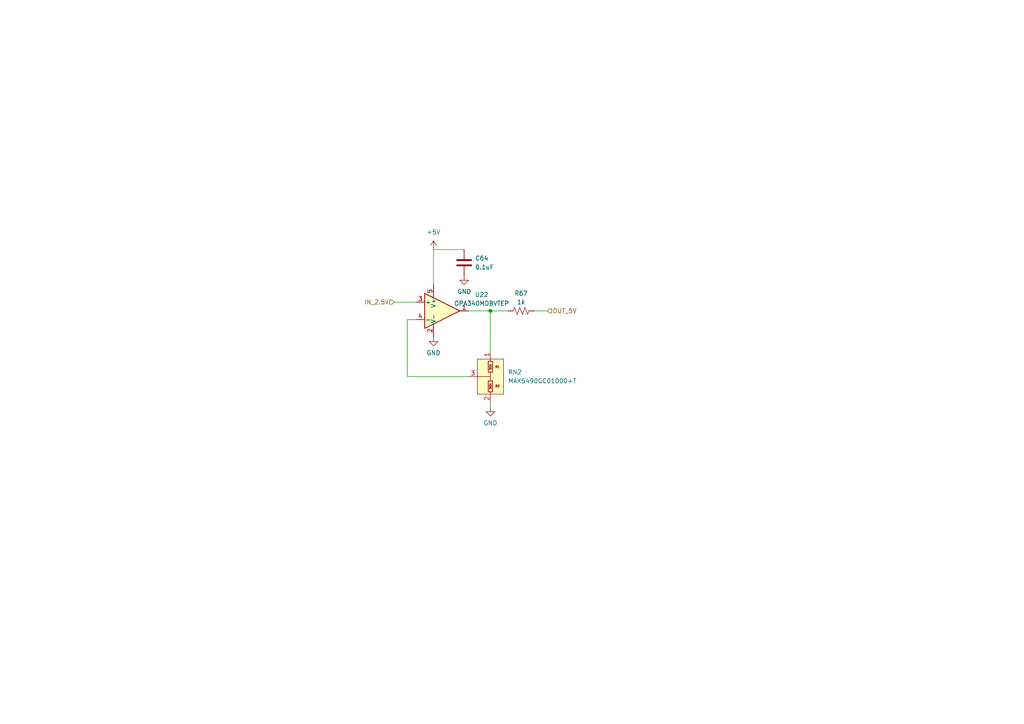
<source format=kicad_sch>
(kicad_sch (version 20230121) (generator eeschema)
  (paper "A4")
  (title_block (company "Sierra Lobo INC"))
  (lib_symbols
    (symbol "Amplifier_Operational:OPA340NA" (pin_names (offset 0.127))
      (property "Reference" "U" (at -1.27 6.35 0))
      (property "Value" "OPA340NA" (at -1.27 3.81 0))
      (symbol "OPA340NA_0_1"
        (polyline (pts (xy -5.08 5.08) (xy 5.08 0) (xy -5.08 -5.08) (xy -5.08 5.08)) (stroke (width 0.254)) (fill (type background)))
        (pin power_in line (at -2.54 -7.62 90) (length 3.81) (name "V-") (number "2"))
        (pin power_in line (at -2.54 7.62 270) (length 3.81) (name "V+") (number "5"))
      )
      (symbol "OPA340NA_1_1"
        (pin output line (at 7.62 0 180) (length 2.54) (name "~") (number "1"))
        (pin input line (at -7.62 2.54 0) (length 2.54) (name "+") (number "3"))
        (pin input line (at -7.62 -2.54 0) (length 2.54) (name "-") (number "4"))
      )
    )
    (symbol "Device:C" (pin_numbers hide) (pin_names (offset 0.254))
      (property "Reference" "C" (at 0.635 2.54 0))
      (property "Value" "C" (at 0.635 -2.54 0))
      (symbol "C_0_1"
        (polyline (pts (xy -2.032 -0.762) (xy 2.032 -0.762)) (stroke (width 0.508)))
        (polyline (pts (xy -2.032 0.762) (xy 2.032 0.762)) (stroke (width 0.508)))
      )
      (symbol "C_1_1"
        (pin passive line (at 0 3.81 270) (length 2.794) (name "~") (number "1"))
        (pin passive line (at 0 -3.81 90) (length 2.794) (name "~") (number "2"))
      )
    )
    (symbol "Device:R_US" (pin_numbers hide) (pin_names (offset 0))
      (property "Reference" "R" (at 2.54 0 90))
      (property "Value" "R_US" (at -2.54 0 90))
      (symbol "R_US_0_1"
        (polyline (pts (xy 0 -2.286) (xy 0 -2.54)))
        (polyline (pts (xy 0 2.286) (xy 0 2.54)))
        (polyline (pts (xy 0 -0.762) (xy 1.016 -1.143) (xy 0 -1.524) (xy -1.016 -1.905) (xy 0 -2.286)))
        (polyline (pts (xy 0 0.762) (xy 1.016 0.381) (xy 0 0) (xy -1.016 -0.381) (xy 0 -0.762)))
        (polyline (pts (xy 0 2.286) (xy 1.016 1.905) (xy 0 1.524) (xy -1.016 1.143) (xy 0 0.762)))
      )
      (symbol "R_US_1_1"
        (pin passive line (at 0 3.81 270) (length 1.27) (name "~") (number "1"))
        (pin passive line (at 0 -3.81 90) (length 1.27) (name "~") (number "2"))
      )
    )
    (symbol "FP-Interface-Card:MAX5490GC01000+T"
      (property "Reference" "RN?" (at -6.35 -1.27 0))
      (property "Value" "MAX5490GC01000+T" (at -13.97 -3.81 0))
      (symbol "MAX5490GC01000+T_0_0"
        (text "50k" (at 0 -10.414 900) (effects (font (size 0.635 0.635))))
        (text "50k" (at 0 -4.826 900) (effects (font (size 0.635 0.635))))
        (text "R1" (at -2.032 -4.826 0) (effects (font (size 0.635 0.635))))
        (text "R2" (at -2.032 -10.414 0) (effects (font (size 0.635 0.635))))
      )
      (symbol "MAX5490GC01000+T_0_1"
        (rectangle (start -3.81 -2.54) (end 3.81 -12.7) (fill (type background)))
        (rectangle (start -0.635 -8.89) (end 0.635 -12.065) (stroke (width 0.2032)))
        (rectangle (start -0.635 -3.175) (end 0.635 -6.35) (stroke (width 0.2032)))
        (polyline (pts (xy 0 -12.065) (xy 0 -12.7)))
        (polyline (pts (xy 0 -3.175) (xy 0 -2.54)))
        (polyline (pts (xy 2.54 -7.62) (xy 3.81 -7.62)))
        (polyline (pts (xy 0 -8.89) (xy 0 -6.35) (xy 0 -7.62) (xy 2.54 -7.62)))
      )
      (symbol "MAX5490GC01000+T_1_1"
        (pin input line (at 0 0 270) (length 2.54) (name "") (number "1"))
        (pin input line (at 0 -15.24 90) (length 2.54) (name "") (number "2"))
        (pin input line (at 6.35 -7.62 180) (length 2.54) (name "") (number "3"))
      )
    )
    (symbol "power:+5V" (power) (pin_names (offset 0))
      (property "Value" "+5V" (at 0 3.556 0))
      (symbol "+5V_0_1"
        (polyline (pts (xy -0.762 1.27) (xy 0 2.54)))
        (polyline (pts (xy 0 0) (xy 0 2.54)))
        (polyline (pts (xy 0 2.54) (xy 0.762 1.27)))
      )
      (symbol "+5V_1_1"
        (pin power_in line (at 0 0 90) (length 0) hide (name "+5V") (number "1"))
      )
    )
    (symbol "power:GND" (power) (pin_names (offset 0))
      (property "Value" "GND" (at 0 -3.81 0))
      (symbol "GND_0_1"
        (polyline (pts (xy 0 0) (xy 0 -1.27) (xy 1.27 -1.27) (xy 0 -2.54) (xy -1.27 -1.27) (xy 0 -1.27)))
      )
      (symbol "GND_1_1"
        (pin power_in line (at 0 0 270) (length 0) hide (name "GND") (number "1"))
      )
    )
  )
  (junction (at 142.24 90.17))
  (wire (pts (xy 118.11 92.71) (xy 118.11 109.22)))
  (wire (pts (xy 114.3 87.63) (xy 120.65 87.63)))
  (wire (pts (xy 120.65 92.71) (xy 118.11 92.71)))
  (wire (pts (xy 125.73 72.39) (xy 125.73 82.55)))
  (wire (pts (xy 125.73 72.39) (xy 134.62 72.39)))
  (wire (pts (xy 142.24 90.17) (xy 147.32 90.17)))
  (wire (pts (xy 118.11 109.22) (xy 135.89 109.22)))
  (wire (pts (xy 142.24 116.84) (xy 142.24 118.11)))
  (wire (pts (xy 154.94 90.17) (xy 158.75 90.17)))
  (wire (pts (xy 135.89 90.17) (xy 142.24 90.17)))
  (wire (pts (xy 142.24 101.6) (xy 142.24 90.17)))
  (hierarchical_label "IN_2.5V" (shape input) (at 114.3 87.63 180))
  (hierarchical_label "OUT_5V" (shape input) (at 158.75 90.17 0))
  (symbol (lib_id "Amplifier_Operational:OPA340NA") (at 128.27 90.17 0) (unit 1)
    (property "Reference" "U22" (at 139.7 85.471 0))
    (property "Value" "OPA340MDBVTEP" (at 139.7 88.011 0))
    (property "Footprint" "Package_TO_SOT_SMD:SOT-23-5" (effects hide))
    (instances (project "FP Interface Card" (path "" (reference "U22") (unit 1)) (path "" (reference "U21") (unit 1)) (path "" (reference "U23") (unit 1))))
  )
  (symbol (lib_id "power:GND") (at 134.62 80.01 0) (unit 1)
    (property "Reference" "#PWR066" (effects hide))
    (property "Value" "GND" (at 134.62 84.5725 0))
    (instances (project "FP Interface Card" (path "" (reference "#PWR066") (unit 1)) (path "" (reference "#PWR061") (unit 1)) (path "" (reference "#PWR071") (unit 1))))
  )
  (symbol (lib_id "power:+5V") (at 125.73 72.39 0) (unit 1)
    (property "Reference" "#PWR064" (effects hide))
    (property "Value" "+5V" (at 125.73 67.31 0))
    (instances (project "FP Interface Card" (path "" (reference "#PWR064") (unit 1)) (path "" (reference "#PWR059") (unit 1)) (path "" (reference "#PWR069") (unit 1))))
  )
  (symbol (lib_id "Device:C") (at 134.62 76.2 0) (unit 1)
    (property "Reference" "C64" (at 137.795 74.9299 0) (effects (justify left)))
    (property "Value" "0.1uF" (at 137.795 77.4699 0) (effects (justify left)))
    (property "Footprint" "Capacitor_SMD:C_0603_1608Metric" (effects hide))
    (instances (project "FP Interface Card" (path "" (reference "C64") (unit 1)) (path "" (reference "C61") (unit 1)) (path "" (reference "C67") (unit 1))))
  )
  (symbol (lib_id "power:GND") (at 142.24 118.11 0) (unit 1)
    (property "Reference" "#PWR067" (effects hide))
    (property "Value" "GND" (at 142.24 122.6725 0))
    (instances (project "FP Interface Card" (path "" (reference "#PWR067") (unit 1)) (path "" (reference "#PWR062") (unit 1)) (path "" (reference "#PWR072") (unit 1))))
  )
  (symbol (lib_id "Device:R_US") (at 151.13 90.17 90) (unit 1)
    (property "Reference" "R67" (at 151.13 85.09 90))
    (property "Value" "1k" (at 151.13 87.63 90))
    (property "Footprint" "Resistor_SMD:R_0603_1608Metric" (effects hide))
    (instances (project "FP Interface Card" (path "" (reference "R67") (unit 1)) (path "" (reference "R66") (unit 1)) (path "" (reference "R68") (unit 1))))
  )
  (symbol (lib_id "FP-Interface-Card:MAX5490GC01000+T") (at 142.24 101.6 0) (mirror y) (unit 1)
    (property "Reference" "RN2" (at 147.32 107.9499 0) (effects (justify right)))
    (property "Value" "MAX5490GC01000+T" (at 147.32 110.4899 0) (effects (justify right)))
    (property "Footprint" "Package_TO_SOT_SMD:SOT-23" (effects hide))
    (instances (project "FP Interface Card" (path "" (reference "RN2") (unit 1)) (path "" (reference "RN1") (unit 1)) (path "" (reference "RN3") (unit 1))))
  )
  (symbol (lib_id "power:GND") (at 125.73 97.79 0) (unit 1)
    (property "Reference" "#PWR065" (effects hide))
    (property "Value" "GND" (at 125.73 102.3525 0))
    (instances (project "FP Interface Card" (path "" (reference "#PWR065") (unit 1)) (path "" (reference "#PWR060") (unit 1)) (path "" (reference "#PWR070") (unit 1))))
  )
)
</source>
